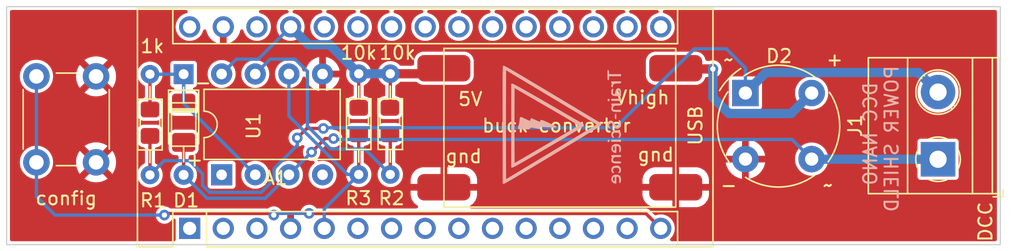
<source format=kicad_pcb>
(kicad_pcb (version 20221018) (generator pcbnew)
  (layers (0 "F.Cu" signal) (31 "B.Cu" signal) (34 "B.Paste" user) (35 "F.Paste" user) (36 "B.SilkS" user "B.Silkscreen") (37 "F.SilkS" user "F.Silkscreen") (38 "B.Mask" user) (39 "F.Mask" user) (44 "Edge.Cuts" user))
  (net 0 "")
  (net 4 "GND")
  (net 5 "/DCC")
  (net 15 "Net-(A1-Pad15)")
  (net 27 "+5V")
  (net 30 "Net-(D1-Pad1)")
  (net 31 "/DCC_B")
  (net 32 "/DCC_A")
  (net 33 "Net-(D2-Pad4)")
  (net 34 "Net-(R2-Pad2)")
  (footprint "Button_Switch_THT:SW_PUSH_6mm" (layer "F.Cu") (at 87.75 92.277 90)
    (fp_text reference "SW1" hide)
    (fp_text value "config" (at -2.723 2.25 180) (layer "F.SilkS"))
    (fp_line (start -0.25 1.5) (end -0.25 3) (stroke (width 0.12)) (layer "F.SilkS"))
    (fp_line (start 1 5.5) (end 5.5 5.5) (stroke (width 0.12)) (layer "F.SilkS"))
    (fp_line (start 5.5 -1) (end 1 -1) (stroke (width 0.12)) (layer "F.SilkS"))
    (fp_line (start 6.75 3) (end 6.75 1.5) (stroke (width 0.12)) (layer "F.SilkS"))
    (pad "1" thru_hole circle (at 0 0 180) (size 2 2) (drill 1.1) (layers "*.Cu" "*.Mask") (net 15 "Net-(A1-Pad15)"))
    (pad "1" thru_hole circle (at 6.5 0 180) (size 2 2) (drill 1.1) (layers "*.Cu" "*.Mask") (net 15 "Net-(A1-Pad15)"))
    (pad "2" thru_hole circle (at 0 4.5 180) (size 2 2) (drill 1.1) (layers "*.Cu" "*.Mask") (net 4 "GND"))
    (pad "2" thru_hole circle (at 6.5 4.5 180) (size 2 2) (drill 1.1) (layers "*.Cu" "*.Mask") (net 4 "GND"))
  )
  (footprint "Package_DIP:DIP-8_W7.62mm" (layer "F.Cu") (at 101.727 93.218 90)
    (fp_text reference "U1" (at 3.683 2.413 90) (layer "F.SilkS"))
    (fp_text value "6N137")
    (fp_line (start 1.16 -1.33) (end 1.16 8.95) (stroke (width 0.12)) (layer "F.SilkS"))
    (fp_line (start 1.16 8.95) (end 6.46 8.95) (stroke (width 0.12)) (layer "F.SilkS"))
    (fp_line (start 2.81 -1.33) (end 1.16 -1.33) (stroke (width 0.12)) (layer "F.SilkS"))
    (fp_line (start 6.46 -1.33) (end 4.81 -1.33) (stroke (width 0.12)) (layer "F.SilkS"))
    (fp_line (start 6.46 8.95) (end 6.46 -1.33) (stroke (width 0.12)) (layer "F.SilkS"))
    (fp_arc (start 4.81 -1.33) (mid 3.81 -0.33) (end 2.81 -1.33) (stroke (width 0.12)) (layer "F.SilkS"))
    (pad "1" thru_hole rect (at 0 0 90) (size 1.6 1.6) (drill 0.8) (layers "*.Cu" "*.Mask"))
    (pad "2" thru_hole oval (at 0 2.54 90) (size 1.6 1.6) (drill 0.8) (layers "*.Cu" "*.Mask") (net 30 "Net-(D1-Pad1)"))
    (pad "3" thru_hole oval (at 0 5.08 90) (size 1.6 1.6) (drill 0.8) (layers "*.Cu" "*.Mask") (net 31 "/DCC_B"))
    (pad "4" thru_hole oval (at 0 7.62 90) (size 1.6 1.6) (drill 0.8) (layers "*.Cu" "*.Mask"))
    (pad "5" thru_hole oval (at 7.62 7.62 90) (size 1.6 1.6) (drill 0.8) (layers "*.Cu" "*.Mask") (net 4 "GND"))
    (pad "6" thru_hole oval (at 7.62 5.08 90) (size 1.6 1.6) (drill 0.8) (layers "*.Cu" "*.Mask") (net 5 "/DCC"))
    (pad "7" thru_hole oval (at 7.62 2.54 90) (size 1.6 1.6) (drill 0.8) (layers "*.Cu" "*.Mask") (net 34 "Net-(R2-Pad2)"))
    (pad "8" thru_hole oval (at 7.62 0 90) (size 1.6 1.6) (drill 0.8) (layers "*.Cu" "*.Mask") (net 27 "+5V"))
  )
  (footprint "Resistor_SMD:R_0805_2012Metric_Pad1.20x1.40mm_HandSolder" (layer "F.Cu") (at 96.32 89.281 90)
    (fp_text reference "R11" hide)
    (fp_text value "1k")
    (fp_line (start -0.227064 -0.735) (end 0.227064 -0.735) (stroke (width 0.12)) (layer "F.SilkS"))
    (fp_line (start -0.227064 0.735) (end 0.227064 0.735) (stroke (width 0.12)) (layer "F.SilkS"))
    (pad "1" smd roundrect (at -1 0 90) (size 1.2 1.4) (layers "F.Cu" "F.Paste" "F.Mask") (roundrect_rratio 0.2083333333) (net 32 "/DCC_A"))
    (pad "2" smd roundrect (at 1 0 90) (size 1.2 1.4) (layers "F.Cu" "F.Paste" "F.Mask") (roundrect_rratio 0.2083333333) (net 30 "Net-(D1-Pad1)"))
  )
  (footprint "Diode_SMD:D_1206_3216Metric_Pad1.42x1.75mm_HandSolder" (layer "F.Cu") (at 98.86 89.281 -90)
    (fp_text reference "D11" hide)
    (fp_text value "D")
    (fp_line (start -2.46 -1.135) (end -2.46 1.135) (stroke (width 0.12)) (layer "F.SilkS"))
    (fp_line (start -2.46 1.135) (end 1.6 1.135) (stroke (width 0.12)) (layer "F.SilkS"))
    (fp_line (start 1.6 -1.135) (end -2.46 -1.135) (stroke (width 0.12)) (layer "F.SilkS"))
    (pad "1" smd roundrect (at -1.4875 0 270) (size 1.425 1.75) (layers "F.Cu" "F.Paste" "F.Mask") (roundrect_rratio 0.1754392982) (net 30 "Net-(D1-Pad1)"))
    (pad "2" smd roundrect (at 1.4875 0 270) (size 1.425 1.75) (layers "F.Cu" "F.Paste" "F.Mask") (roundrect_rratio 0.1754392982) (net 31 "/DCC_B"))
  )
  (footprint "Resistor_THT:R_Axial_DIN0204_L3.6mm_D1.6mm_P7.62mm_Horizontal" (layer "F.Cu") (at 114.459 85.577 -90)
    (fp_text reference "R2" (at 9.419 -0.095) (layer "F.SilkS"))
    (fp_text value "10k" (at -1.577 -0.541 180) (layer "F.SilkS"))
    (fp_line (start 0.94 0) (end 1.89 0) (stroke (width 0.12)) (layer "F.SilkS"))
    (fp_line (start 1.89 -0.92) (end 1.89 0.92) (stroke (width 0.12)) (layer "F.SilkS"))
    (fp_line (start 1.89 0.92) (end 5.73 0.92) (stroke (width 0.12)) (layer "F.SilkS"))
    (fp_line (start 5.73 -0.92) (end 1.89 -0.92) (stroke (width 0.12)) (layer "F.SilkS"))
    (fp_line (start 5.73 0.92) (end 5.73 -0.92) (stroke (width 0.12)) (layer "F.SilkS"))
    (fp_line (start 6.68 0) (end 5.73 0) (stroke (width 0.12)) (layer "F.SilkS"))
    (pad "1" thru_hole circle (at 0 0 270) (size 1.4 1.4) (drill 0.7) (layers "*.Cu" "*.Mask") (net 27 "+5V"))
    (pad "2" thru_hole oval (at 7.62 0 270) (size 1.4 1.4) (drill 0.7) (layers "*.Cu" "*.Mask") (net 34 "Net-(R2-Pad2)"))
  )
  (footprint "Module:Arduino_Nano" (layer "F.Cu") (at 99.314 97.272 90)
    (fp_text reference "A1" (at 3.8 6.477 180) (layer "F.SilkS"))
    (fp_text value "Arduino_Nano_v3.x")
    (fp_line (start -1.4 -3.94) (end -1.4 -1.27) (stroke (width 0.12)) (layer "F.SilkS"))
    (fp_line (start -1.4 1.27) (end -1.4 39.5) (stroke (width 0.12)) (layer "F.SilkS"))
    (fp_line (start -1.4 39.5) (end 16.64 39.5) (stroke (width 0.12)) (layer "F.SilkS"))
    (fp_line (start 1.27 -1.27) (end -1.4 -1.27) (stroke (width 0.12)) (layer "F.SilkS"))
    (fp_line (start 1.27 1.27) (end -1.4 1.27) (stroke (width 0.12)) (layer "F.SilkS"))
    (fp_line (start 1.27 1.27) (end 1.27 -1.27) (stroke (width 0.12)) (layer "F.SilkS"))
    (fp_line (start 1.27 1.27) (end 1.27 36.83) (stroke (width 0.12)) (layer "F.SilkS"))
    (fp_line (start 1.27 36.83) (end -1.4 36.83) (stroke (width 0.12)) (layer "F.SilkS"))
    (fp_line (start 13.97 -1.27) (end 13.97 36.83) (stroke (width 0.12)) (layer "F.SilkS"))
    (fp_line (start 13.97 -1.27) (end 16.64 -1.27) (stroke (width 0.12)) (layer "F.SilkS"))
    (fp_line (start 13.97 36.83) (end 16.64 36.83) (stroke (width 0.12)) (layer "F.SilkS"))
    (fp_line (start 16.64 -3.94) (end -1.4 -3.94) (stroke (width 0.12)) (layer "F.SilkS"))
    (fp_line (start 16.64 39.5) (end 16.64 -3.94) (stroke (width 0.12)) (layer "F.SilkS"))
    (pad "1" thru_hole rect (at 0 0 90) (size 1.6 1.6) (drill 1) (layers "*.Cu" "*.Mask"))
    (pad "2" thru_hole oval (at 0 2.54 90) (size 1.6 1.6) (drill 1) (layers "*.Cu" "*.Mask"))
    (pad "3" thru_hole oval (at 0 5.08 90) (size 1.6 1.6) (drill 1) (layers "*.Cu" "*.Mask"))
    (pad "4" thru_hole oval (at 0 7.62 90) (size 1.6 1.6) (drill 1) (layers "*.Cu" "*.Mask") (net 4 "GND"))
    (pad "5" thru_hole oval (at 0 10.16 90) (size 1.6 1.6) (drill 1) (layers "*.Cu" "*.Mask") (net 5 "/DCC"))
    (pad "6" thru_hole oval (at 0 12.7 90) (size 1.6 1.6) (drill 1) (layers "*.Cu" "*.Mask"))
    (pad "7" thru_hole oval (at 0 15.24 90) (size 1.6 1.6) (drill 1) (layers "*.Cu" "*.Mask"))
    (pad "8" thru_hole oval (at 0 17.78 90) (size 1.6 1.6) (drill 1) (layers "*.Cu" "*.Mask"))
    (pad "9" thru_hole oval (at 0 20.32 90) (size 1.6 1.6) (drill 1) (layers "*.Cu" "*.Mask"))
    (pad "10" thru_hole oval (at 0 22.86 90) (size 1.6 1.6) (drill 1) (layers "*.Cu" "*.Mask"))
    (pad "11" thru_hole oval (at 0 25.4 90) (size 1.6 1.6) (drill 1) (layers "*.Cu" "*.Mask"))
    (pad "12" thru_hole oval (at 0 27.94 90) (size 1.6 1.6) (drill 1) (layers "*.Cu" "*.Mask"))
    (pad "13" thru_hole oval (at 0 30.48 90) (size 1.6 1.6) (drill 1) (layers "*.Cu" "*.Mask"))
    (pad "14" thru_hole oval (at 0 33.02 90) (size 1.6 1.6) (drill 1) (layers "*.Cu" "*.Mask"))
    (pad "15" thru_hole oval (at 0 35.56 90) (size 1.6 1.6) (drill 1) (layers "*.Cu" "*.Mask") (net 15 "Net-(A1-Pad15)"))
    (pad "16" thru_hole oval (at 15.24 35.56 90) (size 1.6 1.6) (drill 1) (layers "*.Cu" "*.Mask"))
    (pad "17" thru_hole oval (at 15.24 33.02 90) (size 1.6 1.6) (drill 1) (layers "*.Cu" "*.Mask"))
    (pad "18" thru_hole oval (at 15.24 30.48 90) (size 1.6 1.6) (drill 1) (layers "*.Cu" "*.Mask"))
    (pad "19" thru_hole oval (at 15.24 27.94 90) (size 1.6 1.6) (drill 1) (layers "*.Cu" "*.Mask"))
    (pad "20" thru_hole oval (at 15.24 25.4 90) (size 1.6 1.6) (drill 1) (layers "*.Cu" "*.Mask"))
    (pad "21" thru_hole oval (at 15.24 22.86 90) (size 1.6 1.6) (drill 1) (layers "*.Cu" "*.Mask"))
    (pad "22" thru_hole oval (at 15.24 20.32 90) (size 1.6 1.6) (drill 1) (layers "*.Cu" "*.Mask"))
    (pad "23" thru_hole oval (at 15.24 17.78 90) (size 1.6 1.6) (drill 1) (layers "*.Cu" "*.Mask"))
    (pad "24" thru_hole oval (at 15.24 15.24 90) (size 1.6 1.6) (drill 1) (layers "*.Cu" "*.Mask"))
    (pad "25" thru_hole oval (at 15.24 12.7 90) (size 1.6 1.6) (drill 1) (layers "*.Cu" "*.Mask"))
    (pad "26" thru_hole oval (at 15.24 10.16 90) (size 1.6 1.6) (drill 1) (layers "*.Cu" "*.Mask"))
    (pad "27" thru_hole oval (at 15.24 7.62 90) (size 1.6 1.6) (drill 1) (layers "*.Cu" "*.Mask") (net 27 "+5V"))
    (pad "28" thru_hole oval (at 15.24 5.08 90) (size 1.6 1.6) (drill 1) (layers "*.Cu" "*.Mask"))
    (pad "29" thru_hole oval (at 15.24 2.54 90) (size 1.6 1.6) (drill 1) (layers "*.Cu" "*.Mask") (net 4 "GND"))
    (pad "30" thru_hole oval (at 15.24 0 90) (size 1.6 1.6) (drill 1) (layers "*.Cu" "*.Mask"))
  )
  (footprint "Resistor_SMD:R_0805_2012Metric_Pad1.20x1.40mm_HandSolder" (layer "F.Cu") (at 112.078 89.154 -90)
    (fp_text reference "R31" hide)
    (fp_text value "10k")
    (fp_line (start -0.227064 -0.735) (end 0.227064 -0.735) (stroke (width 0.12)) (layer "F.SilkS"))
    (fp_line (start -0.227064 0.735) (end 0.227064 0.735) (stroke (width 0.12)) (layer "F.SilkS"))
    (pad "1" smd roundrect (at -1 0 270) (size 1.2 1.4) (layers "F.Cu" "F.Paste" "F.Mask") (roundrect_rratio 0.2083333333) (net 27 "+5V"))
    (pad "2" smd roundrect (at 1 0 270) (size 1.2 1.4) (layers "F.Cu" "F.Paste" "F.Mask") (roundrect_rratio 0.2083333333) (net 5 "/DCC"))
  )
  (footprint "custom_kicad_lib_sk:Buck" (layer "F.Cu") (at 125.004 88.162)
    (fp_text reference "U2")
    (fp_text value "Buck")
    (fp_text user "gnd" (at -5.004 3.659 unlocked) (layer "F.SilkS"))
    (fp_text user "gnd" (at 9.496 3.532 unlocked) (layer "F.SilkS"))
    (fp_text user "5V" (at -4.504 -0.662 unlocked) (layer "F.SilkS"))
    (fp_text user "Vhigh" (at 8.496 -0.786 unlocked) (layer "F.SilkS"))
    (fp_rect (start -6.5 -4.5) (end 11 7.5) (stroke (width 0.12)) (fill none) (layer "F.SilkS"))
    (pad "1" smd roundrect (at -6.5 -3) (size 4 2) (layers "F.Cu" "F.Paste" "F.Mask") (net 27 "+5V"))
    (pad "2" smd roundrect (at -6.5 6) (size 4 2) (layers "F.Cu" "F.Paste" "F.Mask") (net 4 "GND"))
    (pad "3" smd roundrect (at 11 6) (size 4 2) (layers "F.Cu" "F.Paste" "F.Mask") (net 4 "GND"))
    (pad "4" smd roundrect (at 11 -3) (size 4 2) (layers "F.Cu" "F.Paste" "F.Mask") (net 33 "Net-(D2-Pad4)"))
  )
  (footprint "Resistor_THT:R_Axial_DIN0204_L3.6mm_D1.6mm_P7.62mm_Horizontal" (layer "F.Cu") (at 112.078 85.577 -90)
    (fp_text reference "R3" (at 9.419 0.024 180) (layer "F.SilkS"))
    (fp_text value "10k" (at -1.577 0) (layer "F.SilkS"))
    (fp_line (start 0.94 0) (end 1.89 0) (stroke (width 0.12)) (layer "F.SilkS"))
    (fp_line (start 1.89 -0.92) (end 1.89 0.92) (stroke (width 0.12)) (layer "F.SilkS"))
    (fp_line (start 1.89 0.92) (end 5.73 0.92) (stroke (width 0.12)) (layer "F.SilkS"))
    (fp_line (start 5.73 -0.92) (end 1.89 -0.92) (stroke (width 0.12)) (layer "F.SilkS"))
    (fp_line (start 5.73 0.92) (end 5.73 -0.92) (stroke (width 0.12)) (layer "F.SilkS"))
    (fp_line (start 6.68 0) (end 5.73 0) (stroke (width 0.12)) (layer "F.SilkS"))
    (pad "1" thru_hole circle (at 0 0 270) (size 1.4 1.4) (drill 0.7) (layers "*.Cu" "*.Mask") (net 27 "+5V"))
    (pad "2" thru_hole oval (at 7.62 0 270) (size 1.4 1.4) (drill 0.7) (layers "*.Cu" "*.Mask") (net 5 "/DCC"))
  )
  (footprint "Diode_THT:Diode_Bridge_Round_D9.0mm" (layer "F.Cu") (at 141.264 87.035)
    (fp_text reference "D2" (at 2.54 -2.794) (layer "F.SilkS"))
    (fp_text value "D_Bridge_+A-A")
    (fp_arc (start -1.954487 -0.183757) (mid -1.246061 -1.107219) (end -0.35 -1.85) (stroke (width 0.12)) (layer "F.SilkS"))
    (fp_arc (start -1.25 5.2) (mid -2.120355 2.569427) (end -1.329431 -0.086109) (stroke (width 0.12)) (layer "F.SilkS"))
    (fp_arc (start -0.1 -1.3) (mid 2.595106 -2.103363) (end 5.254731 -1.189371) (stroke (width 0.12)) (layer "F.SilkS"))
    (fp_arc (start 5.25 6.2) (mid 2.657169 7.107363) (end 0.008533 6.3788) (stroke (width 0.12)) (layer "F.SilkS"))
    (fp_arc (start 6.35 -0.05) (mid 7.117021 2.590098) (end 6.247584 5.198261) (stroke (width 0.12)) (layer "F.SilkS"))
    (pad "1" thru_hole rect (at 0 0) (size 2 2) (drill 1) (layers "*.Cu" "*.Mask") (net 32 "/DCC_A"))
    (pad "2" thru_hole oval (at 0 5) (size 2 2) (drill 1) (layers "*.Cu" "*.Mask") (net 4 "GND"))
    (pad "3" thru_hole oval (at 5 5) (size 2 2) (drill 1) (layers "*.Cu" "*.Mask") (net 31 "/DCC_B"))
    (pad "4" thru_hole oval (at 5 0) (size 2 2) (drill 1) (layers "*.Cu" "*.Mask") (net 33 "Net-(D2-Pad4)"))
  )
  (footprint "TerminalBlock_Phoenix:TerminalBlock_Phoenix_MKDS-1,5-2-5.08_1x02_P5.08mm_Horizontal" (layer "F.Cu") (at 155.805 92.045 90)
    (fp_text reference "J1" (at 2.54 -6.26 90) (layer "F.SilkS"))
    (fp_text value "Screw_Terminal_01x02")
    (fp_line (start -2.84 4.16) (end -2.84 4.9) (stroke (width 0.12)) (layer "F.SilkS"))
    (fp_line (start -2.84 4.9) (end -2.34 4.9) (stroke (width 0.12)) (layer "F.SilkS"))
    (fp_line (start -2.6 -5.261) (end -2.6 4.66) (stroke (width 0.12)) (layer "F.SilkS"))
    (fp_line (start -2.6 -5.261) (end 7.68 -5.261) (stroke (width 0.12)) (layer "F.SilkS"))
    (fp_line (start -2.6 -2.301) (end 7.68 -2.301) (stroke (width 0.12)) (layer "F.SilkS"))
    (fp_line (start -2.6 2.6) (end 7.68 2.6) (stroke (width 0.12)) (layer "F.SilkS"))
    (fp_line (start -2.6 4.1) (end 7.68 4.1) (stroke (width 0.12)) (layer "F.SilkS"))
    (fp_line (start -2.6 4.66) (end 7.68 4.66) (stroke (width 0.12)) (layer "F.SilkS"))
    (fp_line (start 3.853 1.023) (end 3.806 1.069) (stroke (width 0.12)) (layer "F.SilkS"))
    (fp_line (start 4.046 1.239) (end 4.011 1.274) (stroke (width 0.12)) (layer "F.SilkS"))
    (fp_line (start 6.15 -1.275) (end 6.115 -1.239) (stroke (width 0.12)) (layer "F.SilkS"))
    (fp_line (start 6.355 -1.069) (end 6.308 -1.023) (stroke (width 0.12)) (layer "F.SilkS"))
    (fp_line (start 7.68 -5.261) (end 7.68 4.66) (stroke (width 0.12)) (layer "F.SilkS"))
    (fp_arc (start -1.535427 0.683042) (mid -1.680501 -0.000524) (end -1.535 -0.684) (stroke (width 0.12)) (layer "F.SilkS"))
    (fp_arc (start -0.683042 -1.535427) (mid 0.000524 -1.680501) (end 0.684 -1.535) (stroke (width 0.12)) (layer "F.SilkS"))
    (fp_arc (start 0.028805 1.680253) (mid -0.335551 1.646659) (end -0.684 1.535) (stroke (width 0.12)) (layer "F.SilkS"))
    (fp_arc (start 0.683318 1.534756) (mid 0.349292 1.643288) (end 0 1.68) (stroke (width 0.12)) (layer "F.SilkS"))
    (fp_arc (start 1.535427 -0.683042) (mid 1.680501 0.000524) (end 1.535 0.684) (stroke (width 0.12)) (layer "F.SilkS"))
    (fp_circle (center 5.08 0) (end 6.76 0) (stroke (width 0.12)) (fill none) (layer "F.SilkS"))
    (pad "1" thru_hole rect (at 0 0 90) (size 2.6 2.6) (drill 1.3) (layers "*.Cu" "*.Mask") (net 31 "/DCC_B"))
    (pad "2" thru_hole circle (at 5.08 0 90) (size 2.6 2.6) (drill 1.3) (layers "*.Cu" "*.Mask") (net 32 "/DCC_A"))
  )
  (footprint "Resistor_THT:R_Axial_DIN0204_L3.6mm_D1.6mm_P7.62mm_Horizontal" (layer "F.Cu") (at 96.32 93.233 90)
    (fp_text reference "R1" (at -1.926 0.23 180) (layer "F.SilkS"))
    (fp_text value "1k" (at 9.733 0.18 180) (layer "F.SilkS"))
    (fp_line (start 0.94 0) (end 1.89 0) (stroke (width 0.12)) (layer "F.SilkS"))
    (fp_line (start 1.89 -0.92) (end 1.89 0.92) (stroke (width 0.12)) (layer "F.SilkS"))
    (fp_line (start 1.89 0.92) (end 5.73 0.92) (stroke (width 0.12)) (layer "F.SilkS"))
    (fp_line (start 5.73 -0.92) (end 1.89 -0.92) (stroke (width 0.12)) (layer "F.SilkS"))
    (fp_line (start 5.73 0.92) (end 5.73 -0.92) (stroke (width 0.12)) (layer "F.SilkS"))
    (fp_line (start 6.68 0) (end 5.73 0) (stroke (width 0.12)) (layer "F.SilkS"))
    (pad "1" thru_hole circle (at 0 0 90) (size 1.4 1.4) (drill 0.7) (layers "*.Cu" "*.Mask") (net 32 "/DCC_A"))
    (pad "2" thru_hole oval (at 7.62 0 90) (size 1.4 1.4) (drill 0.7) (layers "*.Cu" "*.Mask") (net 30 "Net-(D1-Pad1)"))
  )
  (footprint "Diode_THT:D_DO-34_SOD68_P7.62mm_Horizontal" (layer "F.Cu") (at 98.86 85.608 -90)
    (fp_text reference "D1" (at 9.551 -0.19 180) (layer "F.SilkS"))
    (fp_text value "D")
    (fp_text user "-" (at 0.625 -1.47 180) (layer "F.SilkS"))
    (fp_line (start 0.99 0) (end 2.17 0) (stroke (width 0.12)) (layer "F.SilkS"))
    (fp_line (start 2.17 -0.92) (end 2.17 0.92) (stroke (width 0.12)) (layer "F.SilkS"))
    (fp_line (start 2.17 0.92) (end 5.45 0.92) (stroke (width 0.12)) (layer "F.SilkS"))
    (fp_line (start 2.626 -0.92) (end 2.626 0.92) (stroke (width 0.12)) (layer "F.SilkS"))
    (fp_line (start 2.746 -0.92) (end 2.746 0.92) (stroke (width 0.12)) (layer "F.SilkS"))
    (fp_line (start 2.866 -0.92) (end 2.866 0.92) (stroke (width 0.12)) (layer "F.SilkS"))
    (fp_line (start 5.45 -0.92) (end 2.17 -0.92) (stroke (width 0.12)) (layer "F.SilkS"))
    (fp_line (start 5.45 0.92) (end 5.45 -0.92) (stroke (width 0.12)) (layer "F.SilkS"))
    (fp_line (start 6.63 0) (end 5.45 0) (stroke (width 0.12)) (layer "F.SilkS"))
    (pad "1" thru_hole rect (at 0 0 270) (size 1.5 1.5) (drill 0.75) (layers "*.Cu" "*.Mask") (net 30 "Net-(D1-Pad1)"))
    (pad "2" thru_hole oval (at 7.62 0 270) (size 1.5 1.5) (drill 0.75) (layers "*.Cu" "*.Mask") (net 31 "/DCC_B"))
  )
  (footprint "Resistor_SMD:R_0805_2012Metric_Pad1.20x1.40mm_HandSolder" (layer "F.Cu") (at 114.427 89.154 -90)
    (fp_text reference "R21" hide)
    (fp_text value "10k")
    (fp_line (start -0.227064 -0.735) (end 0.227064 -0.735) (stroke (width 0.12)) (layer "F.SilkS"))
    (fp_line (start -0.227064 0.735) (end 0.227064 0.735) (stroke (width 0.12)) (layer "F.SilkS"))
    (pad "1" smd roundrect (at -1 0 270) (size 1.2 1.4) (layers "F.Cu" "F.Paste" "F.Mask") (roundrect_rratio 0.2083333333) (net 27 "+5V"))
    (pad "2" smd roundrect (at 1 0 270) (size 1.2 1.4) (layers "F.Cu" "F.Paste" "F.Mask") (roundrect_rratio 0.2083333333) (net 34 "Net-(R2-Pad2)"))
  )
  (footprint "custom_kicad_lib_sk:Train-Science logo small" (layer "B.Cu") (at 127.5 89.5 -90)
    (fp_text reference "G***" hide)
    (fp_text value "LOGO" hide)
    (fp_poly (pts (xy -1.867174 -4.3782) (xy -2.028137 -4.3782) (xy -2.028137 -3.637769) (xy -1.867174 -3.637769)) (fill solid) (layer "B.SilkS"))
    (fp_poly (pts (xy 1.223321 -4.3782) (xy 1.062357 -4.3782) (xy 1.062357 -3.637769) (xy 1.223321 -3.637769)) (fill solid) (layer "B.SilkS"))
    (fp_poly (pts (xy -1.879051 -3.365565) (xy -1.85507 -3.397528) (xy -1.848957 -3.467248) (xy -1.897497 -3.5033) (xy -1.951794 -3.508999) (xy -2.01104 -3.497959) (xy -2.024208 -3.453786) (xy -2.022328 -3.436565) (xy -1.991057 -3.378361) (xy -1.934811 -3.352714)) (fill solid) (layer "B.SilkS"))
    (fp_poly (pts (xy 1.211443 -3.365565) (xy 1.235424 -3.397528) (xy 1.241537 -3.467248) (xy 1.192998 -3.5033) (xy 1.1387 -3.508999) (xy 1.079454 -3.497959) (xy 1.066286 -3.453786) (xy 1.068167 -3.436565) (xy 1.099438 -3.378361) (xy 1.155683 -3.352714)) (fill solid) (layer "B.SilkS"))
    (fp_poly (pts (xy -0.612737 -3.9006) (xy -0.533283 -3.922266) (xy -0.490713 -3.961014) (xy -0.488845 -3.967744) (xy -0.490951 -3.998166) (xy -0.520453 -4.01526) (xy -0.590351 -4.022672) (xy -0.689781 -4.024081) (xy -0.808268 -4.020841) (xy -0.874379 -4.009353) (xy -0.899883 -3.986965) (xy -0.901394 -3.976406) (xy -0.873403 -3.933919) (xy -0.802697 -3.906845) (xy -0.709175 -3.895599)) (fill solid) (layer "B.SilkS"))
    (fp_poly (pts (xy -3.669632 -3.34866) (xy -3.559722 -3.351709) (xy -3.492918 -3.358945) (xy -3.458582 -3.372129) (xy -3.446076 -3.393024) (xy -3.444613 -3.412421) (xy -3.454092 -3.452657) (xy -3.493451 -3.471683) (xy -3.579073 -3.476782) (xy -3.58948 -3.476806) (xy -3.734347 -3.476806) (xy -3.734347 -4.3782) (xy -3.89531 -4.3782) (xy -3.89531 -3.480334) (xy -4.047936 -3.470522) (xy -4.148526 -3.457408) (xy -4.198923 -3.431105) (xy -4.21126 -3.404373) (xy -4.210399 -3.380588) (xy -4.190335 -3.364589) (xy -4.140901 -3.354863) (xy -4.051928 -3.349892) (xy -3.91325 -3.348161) (xy -3.833286 -3.348036)) (fill solid) (layer "B.SilkS"))
    (fp_poly (pts (xy -3.20706 -3.649174) (xy -3.187072 -3.671095) (xy -3.167366 -3.687977) (xy -3.124803 -3.671095) (xy -3.032476 -3.639196) (xy -2.952967 -3.641074) (xy -2.904379 -3.674259) (xy -2.897338 -3.702155) (xy -2.912873 -3.749633) (xy -2.970283 -3.766013) (xy -2.992091 -3.76654) (xy -3.08017 -3.784752) (xy -3.139695 -3.843818) (xy -3.1741 -3.950385) (xy -3.18682 -4.1111) (xy -3.187072 -4.143919) (xy -3.188151 -4.264488) (xy -3.194538 -4.33444) (xy -3.210963 -4.367539) (xy -3.242154 -4.377549) (xy -3.267554 -4.3782) (xy -3.348035 -4.3782) (xy -3.348035 -3.637769) (xy -3.267554 -3.637769)) (fill solid) (layer "B.SilkS"))
    (fp_poly (pts (xy 3.456146 -3.654371) (xy 3.543105 -3.697368) (xy 3.592791 -3.756548) (xy 3.594178 -3.814197) (xy 3.572895 -3.852981) (xy 3.542199 -3.843557) (xy 3.513841 -3.819211) (xy 3.424501 -3.7745) (xy 3.322943 -3.773442) (xy 3.238538 -3.81626) (xy 3.237661 -3.817129) (xy 3.201357 -3.890078) (xy 3.187495 -3.994878) (xy 3.196074 -4.103032) (xy 3.227095 -4.186043) (xy 3.237661 -4.198841) (xy 3.321639 -4.242246) (xy 3.423161 -4.241772) (xy 3.512857 -4.197642) (xy 3.513841 -4.196759) (xy 3.559116 -4.162129) (xy 3.582547 -4.174932) (xy 3.594178 -4.201773) (xy 3.589623 -4.267108) (xy 3.534669 -4.324764) (xy 3.443265 -4.364981) (xy 3.341993 -4.3782) (xy 3.23693 -4.364144) (xy 3.150524 -4.312169) (xy 3.116435 -4.280323) (xy 3.06227 -4.220957) (xy 3.03476 -4.166703) (xy 3.027277 -4.094215) (xy 3.032787 -3.985733) (xy 3.063239 -3.823108) (xy 3.128926 -3.713042) (xy 3.232557 -3.652527) (xy 3.346264 -3.637769)) (fill solid) (layer "B.SilkS"))
    (fp_poly (pts (xy 0.784156 -3.654371) (xy 0.871115 -3.697368) (xy 0.920801 -3.756548) (xy 0.922188 -3.814197) (xy 0.900905 -3.852981) (xy 0.870209 -3.843557) (xy 0.841851 -3.819211) (xy 0.752511 -3.7745) (xy 0.650954 -3.773442) (xy 0.566548 -3.81626) (xy 0.565671 -3.817129) (xy 0.529974 -3.888454) (xy 0.515171 -3.998249) (xy 0.515082 -4.007985) (xy 0.527932 -4.119813) (xy 0.562192 -4.195116) (xy 0.565671 -4.198841) (xy 0.649649 -4.242246) (xy 0.751171 -4.241772) (xy 0.840868 -4.197642) (xy 0.841851 -4.196759) (xy 0.887126 -4.162129) (xy 0.910558 -4.174932) (xy 0.922188 -4.201773) (xy 0.917633 -4.267108) (xy 0.862679 -4.324764) (xy 0.771275 -4.364981) (xy 0.670003 -4.3782) (xy 0.56494 -4.364144) (xy 0.478534 -4.312169) (xy 0.444446 -4.280323) (xy 0.39028 -4.220957) (xy 0.36277 -4.166703) (xy 0.355287 -4.094215) (xy 0.360798 -3.985733) (xy 0.391249 -3.823108) (xy 0.456936 -3.713042) (xy 0.560567 -3.652527) (xy 0.674274 -3.637769)) (fill solid) (layer "B.SilkS"))
    (fp_poly (pts (xy -2.40532 -3.645768) (xy -2.326525 -3.67613) (xy -2.275297 -3.738404) (xy -2.245189 -3.842138) (xy -2.22975 -3.996881) (xy -2.226439 -4.069661) (xy -2.215488 -4.366149) (xy -2.45432 -4.371021) (xy -2.611055 -4.367821) (xy -2.715337 -4.349617) (xy -2.763052 -4.326932) (xy -2.817997 -4.253657) (xy -2.8318 -4.157537) (xy -2.826579 -4.141434) (xy -2.663371 -4.141434) (xy -2.661178 -4.198977) (xy -2.617211 -4.235887) (xy -2.541587 -4.248708) (xy -2.462907 -4.236034) (xy -2.420887 -4.210799) (xy -2.387663 -4.147033) (xy -2.382256 -4.110009) (xy -2.391113 -4.070273) (xy -2.429399 -4.05887) (xy -2.5002 -4.066989) (xy -2.611613 -4.096669) (xy -2.663371 -4.141434) (xy -2.826579 -4.141434) (xy -2.80241 -4.066887) (xy -2.783578 -4.04369) (xy -2.714915 -4.000608) (xy -2.611053 -3.960717) (xy -2.500848 -3.933723) (xy -2.438593 -3.927683) (xy -2.39073 -3.905832) (xy -2.389171 -3.848663) (xy -2.411779 -3.801951) (xy -2.44845 -3.775964) (xy -2.522247 -3.768689) (xy -2.620538 -3.77548) (xy -2.726931 -3.782973) (xy -2.782746 -3.776184) (xy -2.800575 -3.753278) (xy -2.80076 -3.74925) (xy -2.770723 -3.693209) (xy -2.685633 -3.655257) (xy -2.553023 -3.638364) (xy -2.518132 -3.637769)) (fill solid) (layer "B.SilkS"))
    (fp_poly (pts (xy 0.08045 -3.363771) (xy 0.163476 -3.40824) (xy 0.193154 -3.477335) (xy 0.193156 -3.477939) (xy 0.170182 -3.528914) (xy 0.121334 -3.539789) (xy 0.080482 -3.508999) (xy 0.032611 -3.483439) (xy -0.047363 -3.477888) (xy -0.130866 -3.490818) (xy -0.189325 -3.520703) (xy -0.191874 -3.52355) (xy -0.21804 -3.596183) (xy -0.180966 -3.673245) (xy -0.081544 -3.753443) (xy -0.004028 -3.796699) (xy 0.136108 -3.882305) (xy 0.216714 -3.971193) (xy 0.24249 -4.071135) (xy 0.223825 -4.173564) (xy 0.164082 -4.275535) (xy 0.095495 -4.330471) (xy -0.018443 -4.366535) (xy -0.150995 -4.376193) (xy -0.274362 -4.359597) (xy -0.346956 -4.328086) (xy -0.40363 -4.272052) (xy -0.419312 -4.22251) (xy -0.394108 -4.195068) (xy -0.346071 -4.199064) (xy -0.197064 -4.233359) (xy -0.075009 -4.242002) (xy 0.005829 -4.224264) (xy 0.015788 -4.217493) (xy 0.061853 -4.14537) (xy 0.055341 -4.062595) (xy 0.002818 -3.983964) (xy -0.089151 -3.924271) (xy -0.119083 -3.913566) (xy -0.188092 -3.877866) (xy -0.269912 -3.816568) (xy -0.288095 -3.800264) (xy -0.365715 -3.694707) (xy -0.385703 -3.587357) (xy -0.353625 -3.488715) (xy -0.27505 -3.409279) (xy -0.155545 -3.359551) (xy -0.048289 -3.348036)) (fill solid) (layer "B.SilkS"))
    (fp_poly (pts (xy -1.179743 -3.652213) (xy -1.106639 -3.700519) (xy -1.060135 -3.79015) (xy -1.036075 -3.928568) (xy -1.030165 -4.092808) (xy -1.03083 -4.228722) (xy -1.035174 -4.312734) (xy -1.046716 -4.357328) (xy -1.068976 -4.374987) (xy -1.105476 -4.378194) (xy -1.110646 -4.3782) (xy -1.150723 -4.375415) (xy -1.174641 -4.358257) (xy -1.186568 -4.313522) (xy -1.190674 -4.228007) (xy -1.191128 -4.123292) (xy -1.193501 -3.995739) (xy -1.199781 -3.889366) (xy -1.208712 -3.82384) (xy -1.210669 -3.817462) (xy -1.256725 -3.775444) (xy -1.33462 -3.771399) (xy -1.424149 -3.805399) (xy -1.441506 -3.816654) (xy -1.477783 -3.84892) (xy -1.499291 -3.893461) (xy -1.50977 -3.966262) (xy -1.512958 -4.083304) (xy -1.513054 -4.122485) (xy -1.513927 -4.249664) (xy -1.519311 -4.325642) (xy -1.533355 -4.363601) (xy -1.560209 -4.376724) (xy -1.593536 -4.3782) (xy -1.674018 -4.3782) (xy -1.674018 -4.007985) (xy -1.67363 -3.849262) (xy -1.670933 -3.743962) (xy -1.663621 -3.681124) (xy -1.649392 -3.649787) (xy -1.625943 -3.638988) (xy -1.596219 -3.637769) (xy -1.53075 -3.652507) (xy -1.503665 -3.67801) (xy -1.482168 -3.702107) (xy -1.446255 -3.67801) (xy -1.387205 -3.651219) (xy -1.298048 -3.63805) (xy -1.283604 -3.637769)) (fill solid) (layer "B.SilkS"))
    (fp_poly (pts (xy 1.874086 -3.665419) (xy 1.97554 -3.737669) (xy 2.042702 -3.838471) (xy 2.06033 -3.925027) (xy 2.06033 -4.024081) (xy 1.802788 -4.024081) (xy 1.674253 -4.025517) (xy 1.597198 -4.031892) (xy 1.558746 -4.046313) (xy 1.54602 -4.071882) (xy 1.545247 -4.086167) (xy 1.568914 -4.17496) (xy 1.641552 -4.227168) (xy 1.76562 -4.244072) (xy 1.841189 -4.240295) (xy 1.949653 -4.233706) (xy 2.007504 -4.2403) (xy 2.027535 -4.262067) (xy 2.028137 -4.269376) (xy 1.999657 -4.321331) (xy 1.925454 -4.357024) (xy 1.822384 -4.375338) (xy 1.707304 -4.375154) (xy 1.597069 -4.355354) (xy 1.508536 -4.31482) (xy 1.495586 -4.304705) (xy 1.430456 -4.223779) (xy 1.397139 -4.110586) (xy 1.393087 -4.07989) (xy 1.397067 -3.908) (xy 1.412373 -3.869557) (xy 1.545247 -3.869557) (xy 1.574363 -3.883662) (xy 1.649466 -3.893017) (xy 1.722307 -3.895311) (xy 1.819283 -3.891076) (xy 1.883595 -3.880152) (xy 1.899366 -3.869557) (xy 1.87055 -3.814477) (xy 1.797044 -3.776712) (xy 1.722307 -3.76654) (xy 1.627639 -3.783306) (xy 1.562731 -3.826073) (xy 1.545247 -3.869557) (xy 1.412373 -3.869557) (xy 1.449928 -3.775233) (xy 1.548716 -3.685192) (xy 1.690478 -3.641482) (xy 1.755377 -3.637769)) (fill solid) (layer "B.SilkS"))
    (fp_poly (pts (xy 2.715567 -3.652213) (xy 2.788671 -3.700519) (xy 2.835175 -3.79015) (xy 2.859236 -3.928568) (xy 2.865146 -4.092808) (xy 2.86448 -4.228722) (xy 2.860137 -4.312734) (xy 2.848595 -4.357328) (xy 2.826334 -4.374987) (xy 2.789834 -4.378194) (xy 2.784664 -4.3782) (xy 2.744587 -4.375415) (xy 2.72067 -4.358257) (xy 2.708742 -4.313522) (xy 2.704637 -4.228007) (xy 2.704183 -4.123292) (xy 2.70181 -3.995739) (xy 2.69553 -3.889366) (xy 2.686599 -3.82384) (xy 2.684642 -3.817462) (xy 2.638586 -3.775444) (xy 2.56069 -3.771399) (xy 2.471162 -3.805399) (xy 2.453804 -3.816654) (xy 2.417528 -3.84892) (xy 2.396019 -3.893461) (xy 2.385541 -3.966262) (xy 2.382352 -4.083304) (xy 2.382256 -4.122485) (xy 2.381383 -4.249664) (xy 2.375999 -4.325642) (xy 2.361955 -4.363601) (xy 2.335101 -4.376724) (xy 2.301774 -4.3782) (xy 2.221293 -4.3782) (xy 2.221293 -4.007985) (xy 2.22168 -3.849262) (xy 2.224378 -3.743962) (xy 2.231689 -3.681124) (xy 2.245918 -3.649787) (xy 2.269368 -3.638988) (xy 2.299092 -3.637769) (xy 2.364561 -3.652507) (xy 2.391646 -3.67801) (xy 2.413142 -3.702107) (xy 2.449056 -3.67801) (xy 2.508105 -3.651219) (xy 2.597263 -3.63805) (xy 2.611707 -3.637769)) (fill solid) (layer "B.SilkS"))
    (fp_poly (pts (xy 4.191957 -3.665419) (xy 4.293411 -3.737669) (xy 4.360573 -3.838471) (xy 4.3782 -3.925027) (xy 4.3782 -4.024081) (xy 4.120659 -4.024081) (xy 3.992123 -4.025517) (xy 3.915069 -4.031892) (xy 3.876617 -4.046313) (xy 3.86389 -4.071882) (xy 3.863118 -4.086167) (xy 3.886785 -4.17496) (xy 3.959423 -4.227168) (xy 4.083491 -4.244072) (xy 4.15906 -4.240295) (xy 4.267524 -4.233706) (xy 4.325375 -4.2403) (xy 4.345405 -4.262067) (xy 4.346008 -4.269376) (xy 4.317527 -4.321331) (xy 4.243324 -4.357024) (xy 4.140255 -4.375338) (xy 4.025174 -4.375154) (xy 3.91494 -4.355354) (xy 3.826407 -4.31482) (xy 3.813457 -4.304705) (xy 3.748327 -4.223779) (xy 3.71501 -4.110586) (xy 3.710957 -4.07989) (xy 3.714938 -3.908) (xy 3.730244 -3.869557) (xy 3.863118 -3.869557) (xy 3.892233 -3.883662) (xy 3.967337 -3.893017) (xy 4.040178 -3.895311) (xy 4.137154 -3.891076) (xy 4.201466 -3.880152) (xy 4.217237 -3.869557) (xy 4.188421 -3.814477) (xy 4.114915 -3.776712) (xy 4.040178 -3.76654) (xy 3.945509 -3.783306) (xy 3.880602 -3.826073) (xy 3.863118 -3.869557) (xy 3.730244 -3.869557) (xy 3.767799 -3.775233) (xy 3.866587 -3.685192) (xy 4.008349 -3.641482) (xy 4.073248 -3.637769)) (fill solid) (layer "B.SilkS"))
    (fp_poly (pts (xy 0.250482 3.398018) (xy 0.258312 3.360431) (xy 0.266207 3.271171) (xy 0.273323 3.142944) (xy 0.278815 2.988455) (xy 0.279494 2.961822) (xy 0.283147 2.79102) (xy 0.28333 2.672993) (xy 0.27842 2.596159) (xy 0.266793 2.548934) (xy 0.246824 2.519735) (xy 0.216889 2.496979) (xy 0.214047 2.495112) (xy 0.177374 2.463714) (xy 0.157846 2.420729) (xy 0.155167 2.353836) (xy 0.169042 2.250716) (xy 0.199173 2.099046) (xy 0.20399 2.076426) (xy 0.234196 1.927607) (xy 0.248081 1.829473) (xy 0.244797 1.770209) (xy 0.223496 1.738003) (xy 0.183328 1.721039) (xy 0.178383 1.719762) (xy 0.093995 1.698582) (xy 0.113104 1.340229) (xy 0.122361 1.168329) (xy 0.13182 0.9955) (xy 0.140114 0.846597) (xy 0.144094 0.776804) (xy 0.147732 0.616402) (xy 0.136399 0.518612) (xy 0.110043 0.48341) (xy 0.068612 0.510774) (xy 0.012053 0.600683) (xy -0.036281 0.70019) (xy -0.094889 0.829583) (xy -0.151819 0.955614) (xy -0.192615 1.046261) (xy -0.235959 1.142058) (xy -0.293724 1.268625) (xy -0.352412 1.396402) (xy -0.410483 1.535855) (xy -0.432862 1.630868) (xy -0.419591 1.690556) (xy -0.370712 1.724039) (xy -0.353957 1.729118) (xy -0.302087 1.746117) (xy -0.289734 1.754248) (xy -0.301976 1.787815) (xy -0.333966 1.863803) (xy -0.378601 1.966115) (xy -0.428778 2.078653) (xy -0.477393 2.185319) (xy -0.517132 2.269582) (xy -0.553917 2.350924) (xy -0.561542 2.396199) (xy -0.540994 2.426228) (xy -0.525165 2.438593) (xy -0.452176 2.472508) (xy -0.412351 2.478834) (xy -0.36338 2.484926) (xy -0.354119 2.492061) (xy -0.366789 2.526986) (xy -0.400137 2.60474) (xy -0.447168 2.710013) (xy -0.500888 2.827498) (xy -0.554304 2.941887) (xy -0.600421 3.037873) (xy -0.630486 3.096942) (xy -0.659596 3.160107) (xy -0.65177 3.193594) (xy -0.620583 3.213855) (xy -0.53333 3.246777) (xy -0.395236 3.27925) (xy -0.273637 3.301207) (xy -0.190498 3.31751) (xy -0.07335 3.34338) (xy 0.027233 3.367139) (xy 0.134416 3.389945) (xy 0.215087 3.40089)) (fill solid) (layer "B.SilkS"))
    (fp_poly (pts (xy 3.179239 3.830925) (xy 3.169077 3.796052) (xy 3.134748 3.721875) (xy 3.075339 3.60678) (xy 2.989941 3.449155) (xy 2.877641 3.24739) (xy 2.737526 2.999872) (xy 2.568687 2.704989) (xy 2.370211 2.361128) (xy 2.141187 1.966679) (xy 1.880703 1.52003) (xy 1.631778 1.09455) (xy 1.368647 0.645596) (xy 1.135907 0.249143) (xy 0.93161 -0.097982) (xy 0.753807 -0.398953) (xy 0.60055 -0.656942) (xy 0.469891 -0.875124) (xy 0.359881 -1.05667) (xy 0.268572 -1.204755) (xy 0.194014 -1.322552) (xy 0.134261 -1.413233) (xy 0.087362 -1.479973) (xy 0.051371 -1.525943) (xy 0.024337 -1.554318) (xy 0.004314 -1.568271) (xy -0.004969 -1.571019) (xy -0.078828 -1.563333) (xy -0.118283 -1.538827) (xy -0.138767 -1.505458) (xy -0.189191 -1.420294) (xy -0.267262 -1.287274) (xy -0.370688 -1.110339) (xy -0.497173 -0.893428) (xy -0.644426 -0.640482) (xy -0.810153 -0.355441) (xy -0.99206 -0.042244) (xy -1.187855 0.295169) (xy -1.395243 0.652857) (xy -1.611932 1.02688) (xy -1.660439 1.110646) (xy -1.943382 1.600038) (xy -2.194371 2.035755) (xy -2.414343 2.419476) (xy -2.604234 2.752877) (xy -2.764981 3.037634) (xy -2.89752 3.275425) (xy -3.002787 3.467927) (xy -3.081719 3.616816) (xy -3.100264 3.653866) (xy -2.831057 3.653866) (xy -1.427803 1.229825) (xy -1.217976 0.867944) (xy -1.017222 0.522838) (xy -0.827885 0.198474) (xy -0.652308 -0.101185) (xy -0.492836 -0.372174) (xy -0.351814 -0.61053) (xy -0.231586 -0.812287) (xy -0.134496 -0.973481) (xy -0.062889 -1.090149) (xy -0.019109 -1.158326) (xy -0.005551 -1.175218) (xy 0.013203 -1.145197) (xy 0.062076 -1.063637) (xy 0.138687 -0.934577) (xy 0.240658 -0.762061) (xy 0.365609 -0.55013) (xy 0.511161 -0.302826) (xy 0.674935 -0.02419) (xy 0.854552 0.281735) (xy 1.047632 0.610908) (xy 1.251797 0.959287) (xy 1.421346 1.248823) (xy 2.829247 3.653866) (xy 1.414623 3.662249) (xy 1.04211 3.663984) (xy 0.624153 3.665121) (xy 0.179691 3.665659) (xy -0.272337 3.665598) (xy -0.712992 3.664938) (xy -1.123334 3.663678) (xy -1.415529 3.662249) (xy -2.831057 3.653866) (xy -3.100264 3.653866) (xy -3.135253 3.723769) (xy -3.164325 3.790463) (xy -3.17064 3.814829) (xy -3.170976 3.911407) (xy 3.170976 3.911407)) (fill solid) (layer "B.SilkS"))
    (fp_poly (pts (xy -2.177236 4.566716) (xy -1.724771 4.566214) (xy -1.217326 4.565463) (xy -0.651718 4.564501) (xy -0.055144 4.563421) (xy 4.394297 4.55526) (xy 4.402412 4.474778) (xy 4.392766 4.444092) (xy 4.360546 4.377472) (xy 4.304831 4.273357) (xy 4.224701 4.130187) (xy 4.119236 3.9464) (xy 3.987517 3.720436) (xy 3.828623 3.450735) (xy 3.641634 3.135735) (xy 3.425631 2.773875) (xy 3.179692 2.363596) (xy 2.902899 1.903335) (xy 2.594331 1.391532) (xy 2.253068 0.826627) (xy 2.210681 0.756527) (xy 1.892208 0.230049) (xy 1.605234 -0.243951) (xy 1.348069 -0.66817) (xy 1.119028 -1.045302) (xy 0.916421 -1.378044) (xy 0.738561 -1.669091) (xy 0.583761 -1.921141) (xy 0.450332 -2.136888) (xy 0.336586 -2.319029) (xy 0.240836 -2.470259) (xy 0.161394 -2.593274) (xy 0.096573 -2.690771) (xy 0.044683 -2.765444) (xy 0.004038 -2.819991) (xy -0.02705 -2.857107) (xy -0.05027 -2.879488) (xy -0.067308 -2.88983) (xy -0.073048 -2.891234) (xy -0.156237 -2.877194) (xy -0.204854 -2.826849) (xy -0.227047 -2.790521) (xy -0.280348 -2.702298) (xy -0.362758 -2.565508) (xy -0.47228 -2.383476) (xy -0.606914 -2.159531) (xy -0.764662 -1.897) (xy -0.943527 -1.599208) (xy -1.141509 -1.269484) (xy -1.356611 -0.911155) (xy -1.586834 -0.527547) (xy -1.830181 -0.121988) (xy -2.084652 0.302196) (xy -2.348249 0.741676) (xy -2.411808 0.847656) (xy -2.72913 1.377004) (xy -3.014693 1.853894) (xy -3.270035 2.280976) (xy -3.496692 2.660897) (xy -3.696204 2.996307) (xy -3.870107 3.289854) (xy -4.01994 3.544188) (xy -4.147239 3.761957) (xy -4.253544 3.94581) (xy -4.340391 4.098397) (xy -4.409319 4.222366) (xy -4.449721 4.297718) (xy -4.178624 4.297718) (xy -0.08088 -2.532058) (xy 0.192957 -2.079549) (xy 0.247331 -1.989669) (xy 0.332405 -1.84901) (xy 0.445566 -1.661887) (xy 0.584205 -1.43262) (xy 0.74571 -1.165527) (xy 0.92747 -0.864926) (xy 1.126875 -0.535135) (xy 1.341313 -0.180472) (xy 1.568173 0.194744) (xy 1.804844 0.586196) (xy 2.048716 0.989564) (xy 2.257763 1.33534) (xy 4.048733 4.297718) (xy 1.992174 4.306003) (xy 1.548356 4.307468) (xy 1.05587 4.308526) (xy 0.530432 4.309176) (xy -0.012241 4.309419) (xy -0.556433 4.309254) (xy -1.086428 4.308682) (xy -1.58651 4.307702) (xy -2.040962 4.306315) (xy -2.121505 4.306003) (xy -4.178624 4.297718) (xy -4.449721 4.297718) (xy -4.461864 4.320365) (xy -4.499566 4.395045) (xy -4.523961 4.449053) (xy -4.536588 4.485039) (xy -4.538984 4.505651) (xy -4.537712 4.509683) (xy -4.531875 4.518362) (xy -4.522005 4.526181) (xy -4.504918 4.533179) (xy -4.47743 4.539392) (xy -4.436357 4.54486) (xy -4.378514 4.549621) (xy -4.300717 4.553712) (xy -4.199782 4.557172) (xy -4.072525 4.560039) (xy -3.915762 4.562352) (xy -3.726308 4.564148) (xy -3.50098 4.565466) (xy -3.236592 4.566343) (xy -2.929962 4.566818) (xy -2.577905 4.56693)) (fill solid) (layer "B.SilkS"))
  )
  (gr_rect (start 85.5 80.5) (end 160.5 98.5) (stroke (width 0.1)) (fill none) (layer "Edge.Cuts"))
  (gr_text "DCC NANO \nPOWER SHIELD" (at 151.5 90.5 90) (layer "B.SilkS") (effects (font (size 1 1)) (justify mirror)))
  (gr_text "~" (at 147.5 94) (layer "F.SilkS") (effects (font (size 1 1))))
  (gr_text "+" (at 99.695 92.075) (layer "F.SilkS") (effects (font (size 1 1))))
  (gr_text "USB" (at 137.5 89.5 90) (layer "F.SilkS") (effects (font (size 1 1))))
  (gr_text "DCC" (at 159.385 96.774 90) (layer "F.SilkS") (effects (font (size 1 1))))
  (gr_text "+" (at 148 84.5) (layer "F.SilkS") (effects (font (size 1 1))))
  (gr_text "-" (at 140 94) (layer "F.SilkS") (effects (font (size 1 1))))
  (gr_text "~" (at 140 84.5) (layer "F.SilkS") (effects (font (size 1 1))))
  (gr_text "buck converter" (at 127 89.5) (layer "F.SilkS") (effects (font (size 1 1))))
  (segment (start 112.078 90.154) (end 112.078 93.197) (width 0.25) (layer "F.Cu") (net 5))
  (segment (start 109.474 95.801) (end 112.078 93.197) (width 0.25) (layer "B.Cu") (net 5))
  (segment (start 111.231 93.197) (end 106.807 88.773) (width 0.25) (layer "B.Cu") (net 5))
  (segment (start 111.993 93.197) (end 112.078 93.197) (width 0.25) (layer "B.Cu") (net 5))
  (segment (start 106.807 88.773) (end 106.807 85.598) (width 0.25) (layer "B.Cu") (net 5))
  (segment (start 112.078 93.197) (end 111.231 93.197) (width 0.25) (layer "B.Cu") (net 5))
  (segment (start 109.474 97.272) (end 109.474 95.801) (width 0.25) (layer "B.Cu") (net 5))
  (segment (start 105.664 96.266) (end 105.545489 96.147489) (width 0.25) (layer "F.Cu") (net 15))
  (segment (start 97.527511 96.147489) (end 97.409 96.266) (width 0.25) (layer "F.Cu") (net 15))
  (segment (start 133.749489 96.147489) (end 108.339489 96.147489) (width 0.25) (layer "F.Cu") (net 15))
  (segment (start 105.545489 96.147489) (end 97.527511 96.147489) (width 0.25) (layer "F.Cu") (net 15))
  (segment (start 108.339489 96.147489) (end 108.331 96.139) (width 0.25) (layer "F.Cu") (net 15))
  (segment (start 134.874 97.272) (end 133.749489 96.147489) (width 0.25) (layer "F.Cu") (net 15))
  (via (at 105.664 96.266) (size 0.8) (drill 0.4) (layers "F.Cu" "B.Cu") (net 15))
  (via (at 108.331 96.139) (size 0.8) (drill 0.4) (layers "F.Cu" "B.Cu") (net 15))
  (via (at 97.409 96.266) (size 0.8) (drill 0.4) (layers "F.Cu" "B.Cu") (net 15))
  (segment (start 108.331 96.139) (end 105.791 96.139) (width 0.25) (layer "B.Cu") (net 15))
  (segment (start 89.154 96.266) (end 87.75 94.862) (width 0.25) (layer "B.Cu") (net 15))
  (segment (start 105.791 96.139) (end 105.664 96.266) (width 0.25) (layer "B.Cu") (net 15))
  (segment (start 87.75 92.277) (end 87.75 85.777) (width 0.25) (layer "B.Cu") (net 15))
  (segment (start 97.409 96.266) (end 89.154 96.266) (width 0.25) (layer "B.Cu") (net 15))
  (segment (start 87.75 94.862) (end 87.75 92.277) (width 0.25) (layer "B.Cu") (net 15))
  (segment (start 114.459 88.122) (end 114.459 85.577) (width 0.25) (layer "F.Cu") (net 27))
  (segment (start 114.459 85.577) (end 118.089 85.577) (width 0.7) (layer "F.Cu") (net 27))
  (segment (start 112.078 88.154) (end 112.078 85.577) (width 0.25) (layer "F.Cu") (net 27))
  (segment (start 114.427 88.154) (end 114.459 88.122) (width 0.25) (layer "F.Cu") (net 27))
  (segment (start 118.089 85.577) (end 118.504 85.162) (width 0.7) (layer "F.Cu") (net 27))
  (segment (start 114.459 85.577) (end 112.078 85.577) (width 0.7) (layer "B.Cu") (net 27))
  (segment (start 101.727 85.598) (end 102.851511 84.473489) (width 0.25) (layer "B.Cu") (net 27))
  (segment (start 108.283511 83.381511) (end 109.882511 83.381511) (width 0.7) (layer "B.Cu") (net 27))
  (segment (start 114.438 85.598) (end 114.459 85.577) (width 0.7) (layer "B.Cu") (net 27))
  (segment (start 109.882511 83.381511) (end 112.078 85.577) (width 0.7) (layer "B.Cu") (net 27))
  (segment (start 104.492511 84.473489) (end 106.934 82.032) (width 0.25) (layer "B.Cu") (net 27))
  (segment (start 102.851511 84.473489) (end 104.492511 84.473489) (width 0.25) (layer "B.Cu") (net 27))
  (segment (start 106.934 82.032) (end 108.283511 83.381511) (width 0.7) (layer "B.Cu") (net 27))
  (segment (start 98.86 85.608) (end 98.86 87.7935) (width 0.25) (layer "F.Cu") (net 30))
  (segment (start 96.32 88.281) (end 96.32 85.613) (width 0.25) (layer "F.Cu") (net 30))
  (segment (start 98.86 87.811) (end 104.267 93.218) (width 0.25) (layer "B.Cu") (net 30))
  (segment (start 98.86 85.608) (end 98.86 87.811) (width 0.25) (layer "B.Cu") (net 30))
  (segment (start 98.855 85.613) (end 98.86 85.608) (width 0.25) (layer "B.Cu") (net 30))
  (segment (start 96.32 85.613) (end 98.855 85.613) (width 0.25) (layer "B.Cu") (net 30))
  (segment (start 110.174479 90.480162) (end 109.544838 90.480162) (width 0.25) (layer "F.Cu") (net 31))
  (segment (start 98.86 90.7685) (end 98.86 93.228) (width 0.25) (layer "F.Cu") (net 31))
  (segment (start 109.544838 90.480162) (end 108.517201 91.507799) (width 0.25) (layer "F.Cu") (net 31))
  (via (at 110.174479 90.480162) (size 0.8) (drill 0.4) (layers "F.Cu" "B.Cu") (net 31))
  (via (at 108.517201 91.507799) (size 0.8) (drill 0.4) (layers "F.Cu" "B.Cu") (net 31))
  (segment (start 100.628 94.996) (end 98.86 93.228) (width 0.25) (layer "B.Cu") (net 31))
  (segment (start 110.245317 90.551) (end 144.78 90.551) (width 0.25) (layer "B.Cu") (net 31))
  (segment (start 105.029 94.996) (end 100.628 94.996) (width 0.25) (layer "B.Cu") (net 31))
  (segment (start 106.807 93.218) (end 105.029 94.996) (width 0.25) (layer "B.Cu") (net 31))
  (segment (start 144.78 90.551) (end 146.264 92.035) (width 0.25) (layer "B.Cu") (net 31))
  (segment (start 110.174479 90.480162) (end 110.245317 90.551) (width 0.25) (layer "B.Cu") (net 31))
  (segment (start 146.274 92.045) (end 146.264 92.035) (width 0.7) (layer "B.Cu") (net 31))
  (segment (start 108.517201 91.507799) (end 106.807 93.218) (width 0.25) (layer "B.Cu") (net 31))
  (segment (start 155.805 92.045) (end 146.274 92.045) (width 0.7) (layer "B.Cu") (net 31))
  (segment (start 107.437701 90.428299) (end 108.152213 89.713787) (width 0.25) (layer "F.Cu") (net 32))
  (segment (start 96.32 90.281) (end 96.32 93.233) (width 0.25) (layer "F.Cu") (net 32))
  (segment (start 108.152213 89.713787) (end 109.408104 89.713787) (width 0.25) (layer "F.Cu") (net 32))
  (via (at 107.437701 90.428299) (size 0.8) (drill 0.4) (layers "F.Cu" "B.Cu") (net 32))
  (via (at 109.408104 89.713787) (size 0.8) (drill 0.4) (layers "F.Cu" "B.Cu") (net 32))
  (segment (start 109.459891 89.662) (end 131.445 89.662) (width 0.25) (layer "B.Cu") (net 32))
  (segment (start 100.288859 93.13727) (end 99.305078 92.153489) (width 0.25) (layer "B.Cu") (net 32))
  (segment (start 107.437701 90.428299) (end 107.437701 90.996999) (width 0.25) (layer "B.Cu") (net 32))
  (segment (start 155.805 86.965) (end 154.325489 85.485489) (width 0.7) (layer "B.Cu") (net 32))
  (segment (start 105.682489 92.752211) (end 105.682489 93.580511) (width 0.25) (layer "B.Cu") (net 32))
  (segment (start 137.414 83.693) (end 139.827 83.693) (width 0.25) (layer "B.Cu") (net 32))
  (segment (start 142.813511 85.485489) (end 141.264 87.035) (width 0.7) (layer "B.Cu") (net 32))
  (segment (start 99.305078 92.153489) (end 97.399511 92.153489) (width 0.25) (layer "B.Cu") (net 32))
  (segment (start 105.682489 93.580511) (end 104.71652 94.54648) (width 0.25) (layer "B.Cu") (net 32))
  (segment (start 109.408104 89.713787) (end 109.459891 89.662) (width 0.25) (layer "B.Cu") (net 32))
  (segment (start 131.445 89.662) (end 137.414 83.693) (width 0.25) (layer "B.Cu") (net 32))
  (segment (start 100.288859 94.021141) (end 100.288859 93.13727) (width 0.25) (layer "B.Cu") (net 32))
  (segment (start 97.399511 92.153489) (end 96.32 93.233) (width 0.25) (layer "B.Cu") (net 32))
  (segment (start 107.437701 90.996999) (end 105.682489 92.752211) (width 0.25) (layer "B.Cu") (net 32))
  (segment (start 141.264 85.13) (end 141.264 87.035) (width 0.25) (layer "B.Cu") (net 32))
  (segment (start 154.325489 85.485489) (end 142.813511 85.485489) (width 0.7) (layer "B.Cu") (net 32))
  (segment (start 100.814198 94.54648) (end 100.288859 94.021141) (width 0.25) (layer "B.Cu") (net 32))
  (segment (start 139.827 83.693) (end 141.264 85.13) (width 0.25) (layer "B.Cu") (net 32))
  (segment (start 104.71652 94.54648) (end 100.814198 94.54648) (width 0.25) (layer "B.Cu") (net 32))
  (segment (start 138.811 85.217) (end 136.059 85.217) (width 0.7) (layer "F.Cu") (net 33))
  (segment (start 136.059 85.217) (end 136.004 85.162) (width 0.7) (layer "F.Cu") (net 33))
  (via (at 138.811 85.217) (size 0.8) (drill 0.4) (layers "F.Cu" "B.Cu") (net 33))
  (segment (start 146.264 87.035) (end 144.714489 88.584511) (width 0.7) (layer "B.Cu") (net 33))
  (segment (start 144.714489 88.584511) (end 140.019511 88.584511) (width 0.7) (layer "B.Cu") (net 33))
  (segment (start 138.811 87.376) (end 138.811 85.217) (width 0.7) (layer "B.Cu") (net 33))
  (segment (start 140.019511 88.584511) (end 138.811 87.376) (width 0.7) (layer "B.Cu") (net 33))
  (segment (start 114.427 90.154) (end 114.459 90.186) (width 0.25) (layer "F.Cu") (net 34))
  (segment (start 114.459 90.186) (end 114.459 93.197) (width 0.25) (layer "F.Cu") (net 34))
  (segment (start 109.939859 91.270141) (end 112.532141 91.270141) (width 0.25) (layer "B.Cu") (net 34))
  (segment (start 112.532141 91.270141) (end 114.459 93.197) (width 0.25) (layer "B.Cu") (net 34))
  (segment (start 107.272789 84.473489) (end 108.204 85.4047) (width 0.25) (layer "B.Cu") (net 34))
  (segment (start 104.267 85.598) (end 105.391511 84.473489) (width 0.25) (layer "B.Cu") (net 34))
  (segment (start 108.204 85.4047) (end 108.204 89.534282) (width 0.25) (layer "B.Cu") (net 34))
  (segment (start 108.204 89.534282) (end 109.939859 91.270141) (width 0.25) (layer "B.Cu") (net 34))
  (segment (start 105.391511 84.473489) (end 107.272789 84.473489) (width 0.25) (layer "B.Cu") (net 34))
  (segment (start 114.459 93.123) (end 114.459 93.197) (width 0.25) (layer "B.Cu") (net 34))
  (zone (net 4) (net_name "GND") (layer "F.Cu") (connect_pads (clearance 0.254)) (min_thickness 0.254) (fill yes (thermal_gap 0.508) (thermal_bridge_width 0.508))
    (polygon (pts (xy 161 99) (xy 85 99) (xy 85 80) (xy 161 80)))
  )
)
</source>
